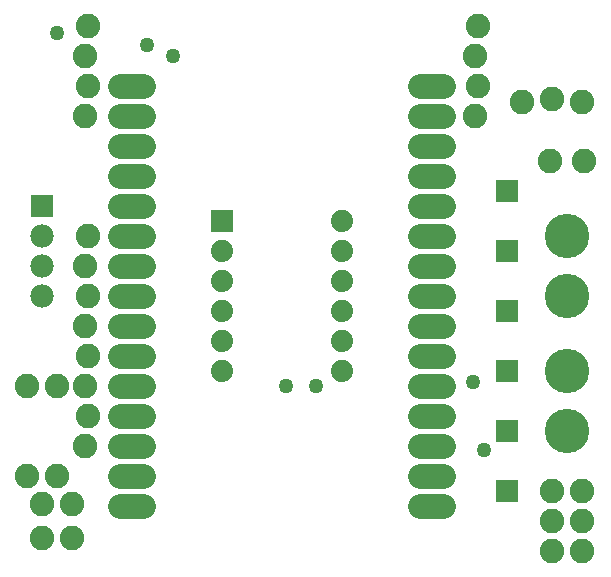
<source format=gbs>
G75*
%MOIN*%
%OFA0B0*%
%FSLAX25Y25*%
%IPPOS*%
%LPD*%
%AMOC8*
5,1,8,0,0,1.08239X$1,22.5*
%
%ADD10C,0.08200*%
%ADD11R,0.07400X0.07400*%
%ADD12C,0.07400*%
%ADD13C,0.08400*%
%ADD14C,0.14800*%
%ADD15C,0.07800*%
%ADD16R,0.07800X0.07800*%
%ADD17C,0.04965*%
D10*
X0106000Y0070300D03*
X0116000Y0070300D03*
X0116000Y0081700D03*
X0106000Y0081700D03*
X0101000Y0091000D03*
X0111000Y0091000D03*
X0120500Y0101000D03*
X0121500Y0111000D03*
X0120500Y0121000D03*
X0111000Y0121000D03*
X0101000Y0121000D03*
X0121500Y0131000D03*
X0120500Y0141000D03*
X0121500Y0151000D03*
X0120500Y0161000D03*
X0121500Y0171000D03*
X0120500Y0211000D03*
X0121500Y0221000D03*
X0120500Y0231000D03*
X0121500Y0241000D03*
X0250500Y0231000D03*
X0251500Y0221000D03*
X0250500Y0211000D03*
X0266000Y0215500D03*
X0276000Y0216500D03*
X0286000Y0215500D03*
X0286700Y0196000D03*
X0275300Y0196000D03*
X0251500Y0241000D03*
X0276000Y0086000D03*
X0286000Y0086000D03*
X0286000Y0076000D03*
X0286000Y0066000D03*
X0276000Y0066000D03*
X0276000Y0076000D03*
D11*
X0166000Y0176000D03*
D12*
X0166000Y0166000D03*
X0166000Y0156000D03*
X0166000Y0146000D03*
X0166000Y0136000D03*
X0166000Y0126000D03*
X0206000Y0126000D03*
X0206000Y0136000D03*
X0206000Y0146000D03*
X0206000Y0156000D03*
X0206000Y0166000D03*
X0206000Y0176000D03*
D13*
X0232200Y0171000D02*
X0239800Y0171000D01*
X0239800Y0161000D02*
X0232200Y0161000D01*
X0232200Y0151000D02*
X0239800Y0151000D01*
X0239800Y0141000D02*
X0232200Y0141000D01*
X0232200Y0131000D02*
X0239800Y0131000D01*
X0239800Y0121000D02*
X0232200Y0121000D01*
X0232200Y0111000D02*
X0239800Y0111000D01*
X0239800Y0101000D02*
X0232200Y0101000D01*
X0232200Y0091000D02*
X0239800Y0091000D01*
X0239800Y0081000D02*
X0232200Y0081000D01*
X0139800Y0081000D02*
X0132200Y0081000D01*
X0132200Y0091000D02*
X0139800Y0091000D01*
X0139800Y0101000D02*
X0132200Y0101000D01*
X0132200Y0111000D02*
X0139800Y0111000D01*
X0139800Y0121000D02*
X0132200Y0121000D01*
X0132200Y0131000D02*
X0139800Y0131000D01*
X0139800Y0141000D02*
X0132200Y0141000D01*
X0132200Y0151000D02*
X0139800Y0151000D01*
X0139800Y0161000D02*
X0132200Y0161000D01*
X0132200Y0171000D02*
X0139800Y0171000D01*
X0139800Y0181000D02*
X0132200Y0181000D01*
X0132200Y0191000D02*
X0139800Y0191000D01*
X0139800Y0201000D02*
X0132200Y0201000D01*
X0132200Y0211000D02*
X0139800Y0211000D01*
X0139800Y0221000D02*
X0132200Y0221000D01*
X0232200Y0221000D02*
X0239800Y0221000D01*
X0239800Y0211000D02*
X0232200Y0211000D01*
X0232200Y0201000D02*
X0239800Y0201000D01*
X0239800Y0191000D02*
X0232200Y0191000D01*
X0232200Y0181000D02*
X0239800Y0181000D01*
D14*
X0281000Y0171000D03*
X0281000Y0151000D03*
X0281000Y0126000D03*
X0281000Y0106000D03*
D15*
X0106000Y0151000D03*
X0106000Y0161000D03*
X0106000Y0171000D03*
D16*
X0106000Y0181000D03*
X0261000Y0186000D03*
X0261000Y0166000D03*
X0261000Y0146000D03*
X0261000Y0126000D03*
X0261000Y0106000D03*
X0261000Y0086000D03*
D17*
X0253500Y0099750D03*
X0249750Y0122250D03*
X0197250Y0121000D03*
X0187250Y0121000D03*
X0149750Y0231000D03*
X0141000Y0234750D03*
X0111000Y0238500D03*
M02*

</source>
